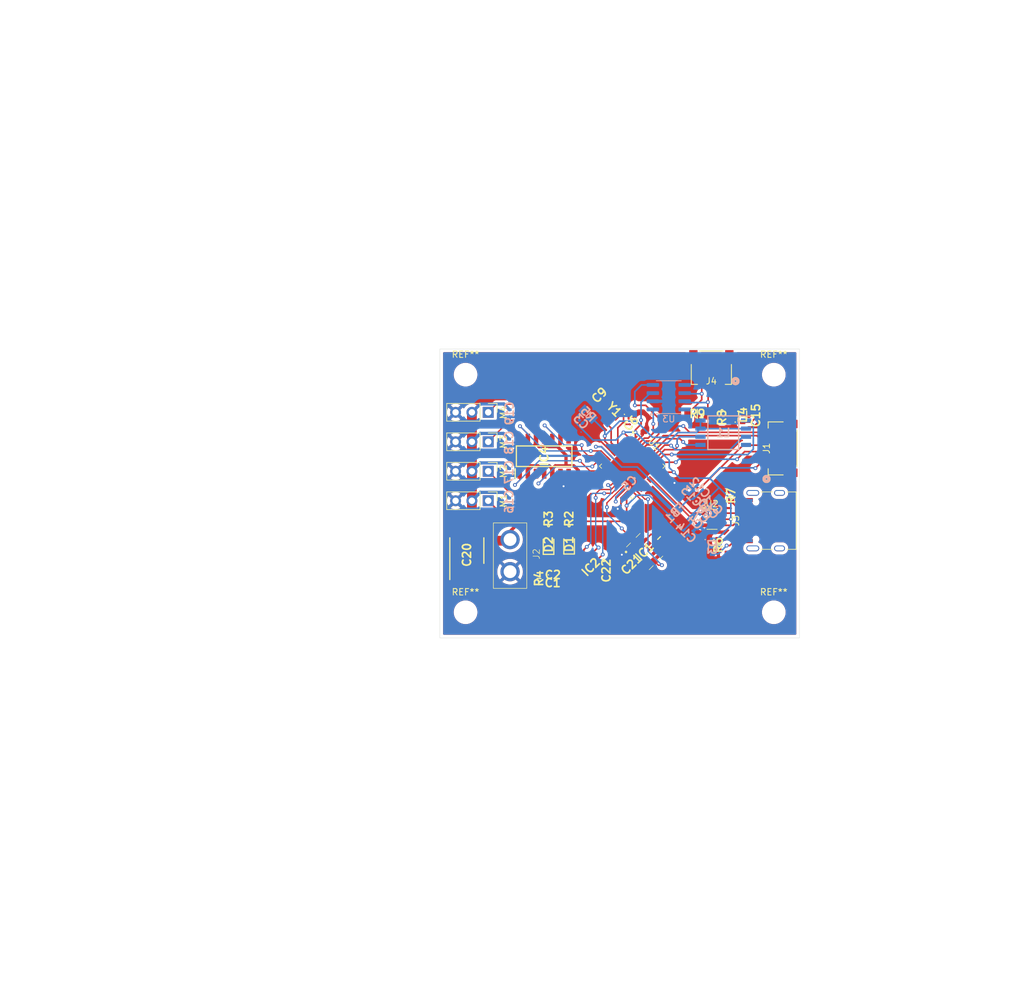
<source format=kicad_pcb>
(kicad_pcb (version 20241229) (generator "pcbnew") (generator_version "9.0")
  (title_block (title "ACS") (company "AESIR") (comment 9 "Author: Simon Holmqvist"))
  (layers (0 "F.Cu" signal) (2 "B.Cu" signal) (13 "F.Paste" user) (15 "B.Paste" user) (5 "F.SilkS" user "F.Silkscreen") (7 "B.SilkS" user "B.Silkscreen") (1 "F.Mask" user) (3 "B.Mask" user) (25 "Edge.Cuts" user))
  (net 0 "")
  (net 1 "Earth")
  (net 2 "Net-(IC2-PLLFILT)")
  (net 3 "Net-(C2-Pad2)")
  (net 4 "/NRST")
  (net 5 "+3V3")
  (net 6 "Net-(U1-VCAP)")
  (net 7 "/OSC_IN")
  (net 8 "/OSC_OUT")
  (net 9 "+3V3A")
  (net 10 "+6V")
  (net 11 "Net-(D1-A)")
  (net 12 "Net-(D2-A)")
  (net 13 "Net-(D3-A)")
  (net 14 "Net-(D4-A)")
  (net 18 "/ACC_SDIO")
  (net 19 "Net-(IC1-SDO{slash}ALT_ADDRESS)")
  (net 21 "/ACC_CSBAR")
  (net 22 "/ACC_SCLK")
  (net 24 "/GYRO_SCLK")
  (net 26 "/GYRO_SDIO")
  (net 28 "/GYRO_CS")
  (net 29 "/SWCLK")
  (net 30 "/BOOT0")
  (net 31 "/SWDIO")
  (net 32 "/USB_ESD_P")
  (net 34 "Net-(J3-CC1)")
  (net 35 "/USB_ESD_N")
  (net 37 "Net-(J3-CC2)")
  (net 40 "/CAN_H")
  (net 41 "Net-(J4-Pad1)")
  (net 42 "/CAN_L")
  (net 43 "/MISO")
  (net 44 "/SCK")
  (net 45 "/MOSI")
  (net 46 "/SERVO_PWM_W")
  (net 47 "/SERVO_PWM_S")
  (net 48 "/SERVO_PWM_E")
  (net 49 "/LED_STATUS")
  (net 53 "/CAN_TX")
  (net 56 "/USB_D_P")
  (net 58 "/USB_D_N")
  (net 65 "/CAN_RX")
  (net 68 "/FLASH_CS")
  (net 70 "Net-(IC4-4Y)")
  (net 71 "Net-(IC4-3Y)")
  (net 72 "Net-(IC4-2Y)")
  (net 73 "/SERVO_PWM_N")
  (net 74 "Net-(IC4-1Y)")
  (footprint "MountingHole:MountingHole_2.2mm_M2" (layer "F.Cu") (at 128 121)
    (property "Reference" "REF**")
    (property "Value" "MountingHole_2.2mm_M2")
  )
  (footprint "MountingHole:MountingHole_2.2mm_M2" (layer "F.Cu") (at 176 121)
    (property "Reference" "REF**")
    (property "Value" "MountingHole_2.2mm_M2")
  )
  (footprint "SamacSys_Parts:GRM033D70J224ME01D" (layer "F.Cu") (at 141.592133 115.177764)
    (property "Reference" "C2")
    (property "Value" "470n" (hide yes))
  )
  (footprint "SamacSys_Parts:CAPAE530X550N" (layer "F.Cu") (at 128.1973 112.0564 90)
    (property "Reference" "C20")
    (property "Value" "10u" (hide yes))
  )
  (footprint "SamacSys_Parts:ERA2V__0402_" (layer "F.Cu") (at 144.1231 106.42495 90)
    (property "Reference" "R2")
    (property "Value" "56" (hide yes))
  )
  (footprint "MountingHole:MountingHole_2.2mm_M2" (layer "F.Cu") (at 176 84)
    (property "Reference" "REF**")
    (property "Value" "MountingHole_2.2mm_M2")
  )
  (footprint "SamacSys_Parts:GRM033D70J224ME01D" (layer "F.Cu") (at 148.853785 87.212765 -135)
    (property "Reference" "C9")
    (property "Value" "20p" (hide yes))
  )
  (footprint "Connector_PinHeader_2.54mm:PinHeader_1x03_P2.54mm_Vertical" (layer "F.Cu") (at 131.5247 94.4534 -90)
    (property "Reference" "M3")
    (property "Value" "Servo_E")
  )
  (footprint "SamacSys_Parts:SG210STF160000ML5" (layer "F.Cu") (at 151.150001 89.437749 135)
    (property "Reference" "Y1")
    (property "Value" "16MHz" (hide yes))
  )
  (footprint "SamacSys_Parts:LGA-16L_4X4X1.1MM_" (layer "F.Cu") (at 146.931708 113.966513 -135)
    (property "Reference" "IC2")
    (property "Value" "I3G4250DTR" (hide yes))
  )
  (footprint "SamacSys_Parts:CAPC0603X35N" (layer "F.Cu") (at 173.2061 90.349 90)
    (property "Reference" "C15")
    (property "Value" "100n" (hide yes))
  )
  (footprint "SamacSys_Parts:SOIC127P600X175-14N" (layer "F.Cu") (at 140.2369 96.6992 90)
    (property "Reference" "IC4")
    (property "Value" "74HCT126D,653" (hide yes))
  )
  (footprint "MountingHole:MountingHole_2.2mm_M2" (layer "F.Cu") (at 128 84)
    (property "Reference" "REF**")
    (property "Value" "MountingHole_2.2mm_M2")
  )
  (footprint "Connector_USB:USB_C_Receptacle_Palconn_UTC16-G" (layer "F.Cu") (at 174.6561 106.7266 90)
    (property "Reference" "J3")
    (property "Value" "USB_C_Receptacle_USB2.0_14P")
  )
  (footprint "SamacSys_Parts:CAPC0603X35N" (layer "F.Cu") (at 153.839845 113.527655 -135)
    (property "Reference" "C21")
    (property "Value" "100n" (hide yes))
  )
  (footprint "SamacSys_Parts:CAPC0603X35N" (layer "F.Cu") (at 149.9143 114.5046 -90)
    (property "Reference" "C22")
    (property "Value" "100n" (hide yes))
  )
  (footprint "SamacSys_Parts:CC-14-1" (layer "F.Cu") (at 155.886464 111.538663 45)
    (property "Reference" "IC1")
    (property "Value" "ADXL375BCCZ" (hide yes))
  )
  (footprint "SamacSys_Parts:ERA2V__0402_" (layer "F.Cu") (at 167.9304 90.7001 -90)
    (property "Reference" "R8")
    (property "Value" "56" (hide yes))
  )
  (footprint "ACS:CONN_SM06B-SRSS-TB_JST" (layer "F.Cu") (at 177.3717 95.48 90)
    (property "Reference" "J1")
    (property "Value" "SM06B-SRSS-TBLFSN")
  )
  (footprint "Package_TO_SOT_SMD:SOT-23-6" (layer "F.Cu") (at 166.379 106.5138)
    (property "Reference" "U2")
    (property "Value" "USBLC6-2SC6")
  )
  (footprint "SamacSys_Parts:RESC1608X55N" (layer "F.Cu") (at 158.1315 109.436 -45)
    (property "Reference" "R1" (hide yes))
    (property "Value" "10k" (hide yes))
  )
  (footprint "SamacSys_Parts:ERA2V__0402_" (layer "F.Cu") (at 140.9227 106.42045 90)
    (property "Reference" "R3")
    (property "Value" "56" (hide yes))
  )
  (footprint "Connector_PinHeader_2.54mm:PinHeader_1x03_P2.54mm_Vertical" (layer "F.Cu") (at 131.5247 89.8634 -90)
    (property "Reference" "M4")
    (property "Value" "Servo_N")
  )
  (footprint "SamacSys_Parts:NSR0530HT3G" (layer "F.Cu") (at 171.1487 90.2704 90)
    (property "Reference" "D4")
    (property "Value" "D_Schottky" (hide yes))
  )
  (footprint "Package_DFN_QFN:QFN-48-1EP_7x7mm_P0.5mm_EP5.6x5.6mm" (layer "F.Cu") (at 153.958201 98.240349 -45)
    (property "Reference" "U1")
    (property "Value" "STM32U575CGUx")
  )
  (footprint "SamacSys_Parts:RESC1608X55N" (layer "F.Cu") (at 169.3565 102.861 -90)
    (property "Reference" "R7")
    (property "Value" "5k1" (hide yes))
  )
  (footprint "SamacSys_Parts:GRM033D70J224ME01D" (layer "F.Cu") (at 153.751017 91.561133 -135)
    (property "Reference" "C6")
    (property "Value" "20p" (hide yes))
  )
  (footprint "SamacSys_Parts:CAPC1005X55N" (layer "F.Cu") (at 141.5665 116.435)
    (property "Reference" "C1")
    (property "Value" "10n" (hide yes))
  )
  (footprint "SamacSys_Parts:LEDC1608X85N" (layer "F.Cu") (at 144.1231 110.3772 90)
    (property "Reference" "D1")
    (property "Value" "power" (hide yes))
  )
  (footprint "SamacSys_Parts:RESC1608X55N" (layer "F.Cu") (at 167.3681 110.5346 -90)
    (property "Reference" "R6")
    (property "Value" "5k1" (hide yes))
  )
  (footprint "Connector_PinHeader_2.54mm:PinHeader_1x03_P2.54mm_Vertical" (layer "F.Cu") (at 131.5247 99.0434 -90)
    (property "Reference" "M2")
    (property "Value" "Servo_S")
  )
  (footprint "SamacSys_Parts:RESC3216X60N" (layer "F.Cu") (at 164.0875 90.0952)
    (property "Reference" "R9")
    (property "Value" "120" (hide yes))
  )
  (footprint "SamacSys_Parts:LEDC1608X85N" (layer "F.Cu") (at 140.9227 110.42915 90)
    (property "Reference" "D2")
    (property "Value" "status" (hide yes))
  )
  (footprint "ACS:CONN_SM04B-SRSS-TB_JST" (layer "F.Cu") (at 166.273401 82.905501)
    (property "Reference" "J4")
    (property "Value" "SM04B-SRSS-TB")
  )
  (footprint "ACS:XT30" (layer "F.Cu") (at 134.9283 112.1786 90)
    (property "Reference" "J2")
    (property "Value" "XT30")
  )
  (footprint "Connector_PinHeader_2.54mm:PinHeader_1x03_P2.54mm_Vertical" (layer "F.Cu") (at 131.5247 103.6334 -90)
    (property "Reference" "M1")
    (property "Value" "Servo_W")
  )
  (footprint "SamacSys_Parts:RESC1608X55N" (layer "F.Cu") (at 139.4315 115.735999 -90)
    (property "Reference" "R4")
    (property "Value" "10k" (hide yes))
  )
  (footprint "SamacSys_Parts:BLM21AG102BH1J" (layer "B.Cu") (at 160.607487 105.511821 -135)
    (property "Reference" "FB1")
    (property "Value" "120R" (hide yes))
  )
  (footprint "SamacSys_Parts:GRT155R71H472KE01D" (layer "B.Cu") (at 162.299616 108.552537 -45)
    (property "Reference" "C14")
    (property "Value" "1u" (hide yes))
  )
  (footprint "SamacSys_Parts:CAPC1005X55N" (layer "B.Cu") (at 164.470552 101.60039 135)
    (property "Reference" "C12")
    (property "Value" "10n" (hide yes))
  )
  (footprint "SamacSys_Parts:CAPC1005X55N" (layer "B.Cu") (at 134.7759 99.1796 -90)
    (property "Reference" "C17")
    (property "Value" "100n" (hide yes))
  )
  (footprint "SamacSys_Parts:CAPC0603X35N" (layer "B.Cu") (at 145.968401 91.317349 135)
    (property "Reference" "C3")
    (property "Value" "100n" (hide yes))
  )
  (footprint "SamacSys_Parts:GRT155R71H472KE01D" (layer "B.Cu") (at 163.14798 102.935407 135)
    (property "Reference" "C13")
    (property "Value" "1u" (hide yes))
  )
  (footprint "SamacSys_Parts:CAPC0603X35N" (layer "B.Cu") (at 165.265221 105.411568 -45)
    (property "Reference" "C8")
    (property "Value" "100n" (hide yes))
  )
  (footprint "SamacSys_Parts:NSR0530HT3G" (layer "B.Cu") (at 166.4565 110.796 -90)
    (property "Reference" "D3")
    (property "Value" "D_Small" (hide yes))
  )
  (footprint "SamacSys_Parts:RESC2012X50N" (layer "B.Cu") (at 147.094839 90.157787 135)
    (property "Reference" "R5")
    (property "Value" "40k" (hide yes))
  )
  (footprint "SamacSys_Parts:SOIC127P780X195-8N" (layer "B.Cu") (at 168.1301 93.034 180)
    (property "Reference" "L1")
    (property "Value" "W25Q128JVSIQ_TR" (hide yes))
  )
  (footprint "SamacSys_Parts:CAPC2012X135N" (layer "B.Cu") (at 163.756256 106.920534 -45)
    (property "Reference" "C4")
    (property "Value" "10u" (hide yes))
  )
  (footprint "Package_SO:SOIC-8_3.9x4.9mm_P1.27mm" (layer "B.Cu") (at 159.6425 87.5044)
    (property "Reference" "U3")
    (property "Value" "SN65HVD232")
  )
  (footprint "SamacSys_Parts:CAPC0603X35N" (layer "B.Cu") (at 166.342852 104.333938 -45)
    (property "Reference" "C11")
    (property "Value" "100n" (hide yes))
  )
  (footprint "SamacSys_Parts:CAPC0603X35N" (layer "B.Cu") (at 164.726406 105.950384 -45)
    (property "Reference" "C7")
    (property "Value" "100n" (hide yes))
  )
  (footprint "SamacSys_Parts:CAPC1005X55N" (layer "B.Cu") (at 134.7759 94.5822 -90)
    (property "Reference" "C18")
    (property "Value" "100n" (hide yes))
  )
  (footprint "SamacSys_Parts:CAPC1005X55N" (layer "B.Cu") (at 134.8521 90.0102 -90)
    (property "Reference" "C19")
    (property "Value" "100n" (hide yes))
  )
  (footprint "SamacSys_Parts:GRT155R71H472KE01D" (layer "B.Cu") (at 153.516169 100.920531 -135)
    (property "Reference" "C5")
    (property "Value" "1u" (hide yes))
  )
  (footprint "SamacSys_Parts:CAPC1005X55N" (layer "B.Cu") (at 134.7759 103.777 -90)
    (property "Reference" "C16")
    (property "Value" "100n" (hide yes))
  )
  (footprint "SamacSys_Parts:CAPC0603X35N" (layer "B.Cu") (at 165.804037 104.872753 -45)
    (property "Reference" "C10")
    (property "Value" "100n" (hide yes))
  )
  (gr_rect (start 124 80) (end 180 125) (stroke (width 0.05)) (fill no) (layer "Edge.Cuts"))
  (segment (start 153.118512 102.262019) (end 152.2003 103.180231) (width 0.254) (layer "F.Cu") (net 1))
  (segment (start 166.3815 105.76645) (end 166.3815 103.661) (width 0.254) (layer "F.Cu") (net 1))
  (segment (start 165.63415 106.5138) (end 166.3815 105.76645) (width 0.254) (layer "F.Cu") (net 1))
  (segment (start 144.0469 100.5854) (end 143.2595 101.3728) (width 0.508) (layer "F.Cu") (net 1))
  (segment (start 144.0469 99.4242) (end 144.0469 100.5854) (width 0.508) (layer "F.Cu") (net 1))
  (segment (start 152.2003 104.0144) (end 152.2003 104.391738) (width 0.254) (layer "F.Cu") (net 1))
  (segment (start 155.130568 111.061366) (end 155.754845 111.685643) (width 0.254) (layer "F.Cu") (net 1))
  (segment (start 154.666705 111.061366) (end 155.130568 111.061366) (width 0.254) (layer "F.Cu") (net 1))
  (segment (start 154.261886 111.466185) (end 153.692071 112.036) (width 0.254) (layer "F.Cu") (net 1))
  (segment (start 159.760833 100.861) (end 157.979871 99.080038) (width 0.254) (layer "F.Cu") (net 1))
  (segment (start 155.754845 111.685643) (end 155.754845 112.235967) (width 0.254) (layer "F.Cu") (net 1))
  (segment (start 149.439733 94.746349) (end 147.981384 93.288) (width 0.254) (layer "F.Cu") (net 1))
  (segment (start 155.6565 93.360069) (end 155.6565 92.661) (width 0.254) (layer "F.Cu") (net 1))
  (segment (start 155.393257 112.597555) (end 155.958942 113.163241) (width 0.254) (layer "F.Cu") (net 1))
  (segment (start 165.2415 106.5138) (end 165.63415 106.5138) (width 0.254) (layer "F.Cu") (net 1))
  (segment (start 155.754845 112.235967) (end 155.393257 112.597555) (width 0.254) (layer "F.Cu") (net 1))
  (segment (start 153.692071 112.036) (end 152.3315 112.036) (width 0.254) (layer "F.Cu") (net 1))
  (segment (start 150.997191 96.34) (end 150.997191 96.303807) (width 0.254) (layer "F.Cu") (net 1))
  (segment (start 154.79789 94.218679) (end 155.6565 93.360069) (width 0.254) (layer "F.Cu") (net 1))
  (segment (start 154.261886 111.466185) (end 154.666705 111.061366) (width 0.254) (layer "F.Cu") (net 1))
  (segment (start 152.2003 103.180231) (end 152.2003 104.0144) (width 0.254) (layer "F.Cu") (net 1))
  (segment (start 150.997191 96.303807) (end 149.439733 94.746349) (width 0.254) (layer "F.Cu") (net 1))
  (segment (start 160.5315 100.861) (end 159.760833 100.861) (width 0.254) (layer "F.Cu") (net 1))
  (segment (start 152.2003 104.391738) (end 151.693769 104.898269) (width 0.254) (layer "F.Cu") (net 1))
  (via (at 151.693769 104.898269) (size 0.6) (drill 0.3) (layers "F.Cu" "B.Cu") (net 1))
  (via (at 160.5315 100.861) (size 0.6) (drill 0.3) (layers "F.Cu" "B.Cu") (net 1))
  (via (at 143.2595 101.3728) (size 0.6) (drill 0.3) (layers "F.Cu" "B.Cu") (net 1))
  (via (at 152.3315 112.036) (size 0.6) (drill 0.3) (layers "F.Cu" "B.Cu") (net 1))
  (segment (start 164.959751 106.876694) (end 164.959751 106.183729) (width 0.254) (layer "B.Cu") (net 1))
  (segment (start 134.1571 100.3484) (end 127.7497 100.3484) (width 0.508) (layer "B.Cu") (net 1))
  (segment (start 162.822711 102.610138) (end 162.280638 102.610138) (width 0.254) (layer "B.Cu") (net 1))
  (segment (start 134.1341 91.2782) (end 127.8595 91.2782) (width 0.508) (layer "B.Cu") (net 1))
  (segment (start 127.7497 95.7584) (end 126.4447 94.4534) (width 0.508) (layer "B.Cu") (net 1))
  (segment (start 164.959751 106.183729) (end 165.498567 105.644914) (width 0.254) (layer "B.Cu") (net 1))
  (segment (start 134.7759 95.1322) (end 134.1497 95.7584) (width 0.508) (layer "B.Cu") (net 1))
  (segment (start 134.1645 104.9384) (end 134.7759 104.327) (width 0.508) (layer "B.Cu") (net 1))
  (segment (start 166.037382 105.106098) (end 166.576197 104.567283) (width 0.254) (layer "B.Cu") (net 1))
  (segment (start 164.336083 107.500362) (end 164.959751 106.876694) (width 0.254) (layer "B.Cu") (net 1))
  (segment (start 126.4447 103.6334) (end 127.7497 104.9384) (width 0.508) (layer "B.Cu") (net 1))
  (segment (start 134.7759 99.7296) (end 134.1571 100.3484) (width 0.508) (layer "B.Cu") (net 1))
  (segment (start 134.8521 90.5602) (end 134.1341 91.2782) (width 0.508) (layer "B.Cu") (net 1))
  (segment (start 134.1497 95.7584) (end 127.7497 95.7584) (width 0.508) (layer "B.Cu") (net 1))
  (segment (start 127.8595 91.2782) (end 126.4447 89.8634) (width 0.508) (layer "B.Cu") (net 1))
  (segment (start 162.822711 102.470414) (end 162.822711 102.610138) (width 0.254) (layer "B.Cu") (net 1))
  (segment (start 127.7497 104.9384) (end 134.1645 104.9384) (width 0.508) (layer "B.Cu") (net 1))
  (segment (start 162.280638 102.610138) (end 160.5315 100.861) (width 0.254) (layer "B.Cu") (net 1))
  (segment (start 127.7497 100.3484) (end 126.4447 99.0434) (width 0.508) (layer "B.Cu") (net 1))
  (segment (start 164.081644 101.211481) (end 162.822711 102.470414) (width 0.254) (layer "B.Cu") (net 1))
  (segment (start 165.498567 105.644914) (end 166.037382 105.106098) (width 0.254) (layer "B.Cu") (net 1))
  (segment (start 141.3799 117.1716) (end 147.8823 117.1716) (width 0.254) (layer "F.Cu") (net 2))
  (segment (start 148.4157 116.6382) (end 148.4157 115.910124) (width 0.254) (layer "F.Cu") (net 2))
  (segment (start 141.0165 116.435) (end 141.0165 116.8082) (width 0.254) (layer "F.Cu") (net 2))
  (segment (start 141.0165 116.435) (end 141.355133 116.096366) (width 0.254) (layer "F.Cu") (net 2))
  (segment (start 141.355133 116.096366) (end 141.355133 115.177764) (width 0.254) (layer "F.Cu") (net 2))
  (segment (start 141.0165 116.8082) (end 141.3799 117.1716) (width 0.254) (layer "F.Cu") (net 2))
  (segment (start 147.8823 117.1716) (end 148.4157 116.6382) (width 0.254) (layer "F.Cu") (net 2))
  (segment (start 148.4157 115.910124) (end 147.90398 115.398404) (width 0.254) (layer "F.Cu") (net 2))
  (segment (start 141.829133 114.708633) (end 141.829133 115.177764) (width 0.254) (layer "F.Cu") (net 3))
  (segment (start 140.0565 114.311) (end 141.4315 114.311) (width 0.254) (layer "F.Cu") (net 3))
  (segment (start 139.4315 114.936) (end 140.0565 114.311) (width 0.254) (layer "F.Cu") (net 3))
  (segment (start 141.4315 114.311) (end 141.829133 114.708633) (width 0.254) (layer "F.Cu") (net 3))
  (segment (start 149.676801 93.5496) (end 149.727601 93.6004) (width 0.254) (layer "F.Cu") (net 4))
  (segment (start 149.727601 93.6004) (end 149.727601 93.831949) (width 0.254) (layer "F.Cu") (net 4))
  (segment (start 161.9031 92.0002) (end 161.8777 92.0256) (width 0.254) (layer "F.Cu") (net 4))
  (segment (start 149.702201 93.857349) (end 149.702201 94.365349) (width 0.254) (layer "F.Cu") (net 4))
  (segment (start 161.9031 92.0002) (end 162.8829 92.98) (width 0.254) (layer "F.Cu") (net 4))
  (segment (start 162.8829 92.98) (end 174.864999 92.98) (width 0.254) (layer "F.Cu") (net 4))
  (segment (start 149.702201 94.365349) (end 151.323298 95.986446) (width 0.254) (layer "F.Cu") (net 4))
  (segment (start 149.727601 93.831949) (end 149.702201 93.857349) (width 0.254) (layer "F.Cu") (net 4))
  (segment (start 151.323298 95.986446) (end 151.350745 95.986446) (width 0.254) (layer "F.Cu") (net 4))
  (via (at 149.676801 93.5496) (size 0.6) (drill 0.3) (layers "F.Cu" "B.Cu") (net 4))
  (via (at 161.9031 92.0002) (size 0.6) (drill 0.3) (layers "F.Cu" "B.Cu") (net 4))
  (segment (start 157.121539 93.7528) (end 159.4647 93.7528) (width 0.254) (layer "B.Cu") (net 4))
  (segment (start 149.296801 92.358749) (end 149.295801 92.358749) (width 0.254) (layer "B.Cu") (net 4))
  (segment (start 146.029309 91.723131) (end 146.201746 91.550694) (width 0.254) (layer "B.Cu") (net 4))
  (segment (start 161.2173 92.0002) (end 161.9031 92.0002) (width 0.254) (layer "B.Cu") (net 4))
  (segment (start 151.990401 91.236) (end 154.604739 91.236) (width 0.254) (layer "B.Cu") (net 4))
  (segment (start 154.604739 91.236) (end 157.121539 93.7528) (width 0.254) (layer "B.Cu") (net 4))
  (segment (start 149.676801 93.5496) (end 151.990401 91.236) (width 0.254) (layer "B.Cu") (net 4))
  (segment (start 147.801946 90.864894) (end 146.887546 90.864894) (width 0.254) (layer "B.Cu") (net 4))
  (segment (start 146.887546 90.864894) (end 146.201746 91.550694) (width 0.254) (layer "B.Cu") (net 4))
  (segment (start 149.676801 92.738749) (end 149.296801 92.358749) (width 0.254) (layer "B.Cu") (net 4))
  (segment (start 149.295801 92.358749) (end 147.801946 90.864894) (width 0.254) (layer "B.Cu") (net 4))
  (segment (start 149.676801 93.5496) (end 149.676801 92.738749) (width 0.254) (layer "B.Cu") (net 4))
  (segment (start 159.4647 93.7528) (end 161.2173 92.0002) (width 0.254) (layer "B.Cu") (net 4))
  (segment (start 153.080401 105.862099) (end 153.080401 104.398349) (width 0.254) (layer "F.Cu") (net 5))
  (segment (start 158.795339 99.1884) (end 160.4299 99.1884) (width 0.254) (layer "F.Cu") (net 5))
  (segment (start 173.7125 97.98) (end 173.1315 98.561) (width 0.254) (layer "F.Cu") (net 5))
  (segment (start 174.864999 97.98) (end 173.7125 97.98) (width 0.254) (layer "F.Cu") (net 5))
  (segment (start 153.696201 110.900499) (end 150.647649 110.900499) (width 0.254) (layer "F.Cu") (net 5))
  (segment (start 154.0291 113.3586) (end 154.0291 113.2854) (width 0.254) (layer "F.Cu") (net 5))
  (segment (start 153.466178 102.615572) (end 153.472065 102.615572) (width 0.254) (layer "F.Cu") (net 5))
  (segment (start 150.64495 110.8978) (end 150.64495 106.8338) (width 0.254) (layer "F.Cu") (net 5))
  (segment (start 146.7665 106.8338) (end 145.84515 105.91245) (width 0.254) (layer "F.Cu") (net 5))
  (segment (start 171.1487 91.3854) (end 172.4997 91.3854) (width 0.254) (layer "F.Cu") (net 5))
  (segment (start 153.472065 93.865126) (end 153.469178 93.865126) (width 0.254) (layer "F.Cu") (net 5))
  (segment (start 154.761014 114.090514) (end 154.0291 113.3586) (width 0.254) (layer "F.Cu") (net 5))
  (segment (start 150.64495 113.006) (end 150.64495 110.8978) (width 0.254) (layer "F.Cu") (net 5))
  (segment (start 155.327187 91.715313) (end 155.327187 91.071735) (width 0.254) (layer "F.Cu") (net 5))
  (segment (start 156.16304 114.090514) (end 154.761014 114.090514) (width 0.254) (layer "F.Cu") (net 5))
  (segment (start 148.363599 114.938785) (end 148.823219 114.479165) (width 0.254) (layer "F.Cu") (net 5))
  (segment (start 154.4565 92.586) (end 155.327187 91.715313) (width 0.254) (layer "F.Cu") (net 5))
  (segment (start 150.64495 106.8338) (end 152.1087 106.8338) (width 0.254) (layer "F.Cu") (net 5))
  (segment (start 154.444337 92.973163) (end 154.4565 92.961) (width 0.254) (layer "F.Cu") (net 5))
  (segment (start 154.07319 113.29431) (end 153.78488 113.006) (width 0.254) (layer "F.Cu") (net 5))
  (segment (start 146.7665 106.8338) (end 150.64495 106.8338) (width 0.254) (layer "F.Cu") (net 5))
  (segment (start 153.292001 110.900499) (end 153.696201 110.900499) (width 0.254) (layer "F.Cu") (net 5))
  (segment (start 158.333424 98.726485) (end 158.795339 99.1884) (width 0.254) (layer "F.Cu") (net 5))
  (segment (start 167.5165 106.5138) (end 169.2953 106.5138) (width 0.254) (layer "F.Cu") (net 5))
  (segment (start 145.84515 105.91245) (end 144.1231 105.91245) (width 0.254) (layer "F.Cu") (net 5))
  (segment (start 153.469178 93.865126) (end 152.597801 92.993749) (width 0.254) (layer "F.Cu") (net 5))
  (segment (start 152.1087 106.8338) (end 153.080401 105.862099) (width 0.254) (layer "F.Cu") (net 5))
  (segment (start 148.823219 113.453861) (end 150.197089 113.453861) (width 0.254) (layer "F.Cu") (net 5))
  (segment (start 172.4997 91.3854) (end 173.2061 90.679) (width 0.254) (layer "F.Cu") (net 5))
  (segment (start 153.080401 103.001349) (end 153.466178 102.615572) (width 0.254) (layer "F.Cu") (net 5))
  (segment (start 169.2953 106.5138) (end 169.3055 106.5036) (width 0.254) (layer "F.Cu") (net 5))
  (segment (start 154.4565 92.961) (end 154.4565 92.586) (width 0.254) (layer "F.Cu") (net 5))
  (segment (start 150.647649 110.900499) (end 150.64495 110.8978) (width 0.254) (layer "F.Cu") (net 5))
  (segment (start 153.080401 104.398349) (end 153.080401 103.001349) (width 0.254) (layer "F.Cu") (net 5))
  (segment (start 150.197089 113.453861) (end 150.64495 113.006) (width 0.254) (layer "F.Cu") (net 5))
  (segment (start 148.823219 114.479165) (end 149.127784 114.1746) (width 0.254) (layer "F.Cu") (net 5))
  (segment (start 156.524628 113.728926) (end 156.16304 114.090514) (width 0.254) (layer "F.Cu") (net 5))
  (segment (start 149.127784 114.1746) (end 149.9143 114.1746) (width 0.254) (layer "F.Cu") (net 5))
  (segment (start 153.78488 113.006) (end 150.64495 113.006) (width 0.254) (layer "F.Cu") (net 5))
  (segment (start 148.823219 114.479165) (end 148.823219 113.453861) (width 0.254) (layer "F.Cu") (net 5))
  (segment (start 154.444337 93.865126) (end 154.444337 92.973163) (width 0.254) (layer "F.Cu") (net 5))
  (via (at 173.1315 98.561) (size 0.6) (drill 0.3) (layers "F.Cu" "B.Cu") (net 5))
  (via (at 155.327187 91.071735) (size 0.6) (drill 0.3) (layers "F.Cu" "B.Cu") (net 5))
  (via (at 169.3055 106.5036) (size 0.6) (drill 0.3) (layers "F.Cu" "B.Cu") (net 5))
  (via (at 160.4299 99.1884) (size 0.6) (drill 0.3) (layers "F.Cu" "B.Cu") (net 5))
  (via (at 153.080401 104.398349) (size 0.6) (drill 0.3) (layers "F.Cu" "B.Cu") (net 5))
  (via (at 152.597801 92.993749) (size 0.6) (drill 0.3) (layers "F.Cu" "B.Cu") (net 5))
  (via (at 154.4565 92.961) (size 0.6) (drill 0.3) (layers "F.Cu" "B.Cu") (net 5))
  (segment (start 155.3245 90.154) (end 155.3245 88.2918) (width 0.254) (layer "B.Cu") (net 5))
  (segment (start 163.176428 106.340706) (end 163.176428 105.890672) (width 0.254) (layer "B.Cu") (net 5))
  (segment (start 164.493061 105.717038) (end 165.031876 105.178223) (width 0.254) (layer "B.Cu") (net 5))
  (segment (start 159.719201 98.477701) (end 159.719201 97.346549) (width 0.254) (layer "B.Cu") (net 5))
  (segment (start 152.597801 92.993749) (end 152.750201 93.146149) (width 0.254) (layer "B.Cu") (net 5))
  (segment (start 173.1315 98.561) (end 173.0815 98.511) (width 0.254) (layer "B.Cu") (net 5))
  (segment (start 163.176428 106.340707) (end 163.800096 105.717038) (width 0.254) (layer "B.Cu") (net 5))
  (segment (start 164.489562 100.112262) (end 161.353762 100.112262) (width 0.254) (layer "B.Cu") (net 5))
  (segment (start 155.327187 91.071735) (end 155.327187 90.156687) (width 0.254) (layer "B.Cu") (net 5))
  (segment (start 159.719201 97.346549) (end 157.031276 94.658624) (width 0.254) (layer "B.Cu") (net 5))
  (segment (start 169.3055 107.4858) (end 169.3055 106.5036) (width 0.254) (layer "B.Cu") (net 5))
  (segment (start 154.70195 102.7768) (end 156.599674 102.7768) (width 0.254) (layer "B.Cu") (net 5))
  (segment (start 156.179124 94.658624) (end 157.031276 94.658624) (width 0.254) (layer "B.Cu") (net 5))
  (segment (start 151.41395 94.1776) (end 147.84031 94.1776) (width 0.254) (layer "B.Cu") (net 5))
  (segment (start 167.473669 101.593431) (end 166.0433 100.163062) (width 0.254) (layer "B.Cu") (net 5))
  (segment (start 164.5801 92.399) (end 163.9631 93.016) (width 0.254) (layer "B.Cu") (net 5))
  (segment (start 154.4815 92.961) (end 156.179124 94.658624) (width 0.254) (layer "B.Cu") (net 5))
  (segment (start 167.1103 109.681) (end 169.3055 107.4858) (width 0.254) (layer "B.Cu") (net 5))
  (segment (start 154.4565 92.961) (end 152.63055 92.961) (width 0.254) (layer "B.Cu") (net 5))
  (segment (start 161.974347 108.227268) (end 163.176428 107.025187) (width 0.254) (layer "B.Cu") (net 5))
  (segment (start 166.0433 100.163062) (end 165.9925 100.112262) (width 0.254) (layer "B.Cu") (net 5))
  (segment (start 166.4565 109.681) (end 167.1103 109.681) (width 0.254) (layer "B.Cu") (net 5))
  (segment (start 167.593762 98.511) (end 165.9925 100.112262) (width 0.254) (layer "B.Cu") (net 5))
  (segment (start 145.095929 90.742483) (end 146.387732 89.45068) (width 0.254) (layer "B.Cu") (net 5))
  (segment (start 161.353762 100.112262) (end 160.4299 99.1884) (width 0.254) (layer "B.Cu") (net 5))
  (segment (start 163.176428 106.340707) (end 163.098001 106.262279) (width 0.254) (layer "B.Cu") (net 5))
  (segment (start 161.691504 108.227268) (end 159.971091 106.506855) (width 0.254) (layer "B.Cu") (net 5))
  (segment (start 154.4565 92.961) (end 154.4815 92.961) (width 0.254) (layer "B.Cu") (net 5))
  (segment (start 159.435808 94.658624) (end 157.031276 94.658624) (width 0.254) (layer "B.Cu") (net 5))
  (segment (start 155.3245 88.2918) (end 156.7469 86.8694) (width 0.254) (layer "B.Cu") (net 5))
  (segment (start 169.3055 103.425262) (end 166.0433 100.163062) (width 0.254) (layer "B.Cu") (net 5))
  (segment (start 155.327187 90.156687) (end 155.3245 90.154) (width 0.254) (layer "B.Cu") (net 5))
  (segment (start 163.176428 107.025187) (end 163.176428 106.340706) (width 0.254) (layer "B.Cu") (net 5))
  (segment (start 164.5801 91.129) (end 164.5801 92.399) (width 0.254) (layer "B.Cu") (net 5))
  (segment (start 165.031876 105.178223) (end 165.570692 104.639408) (width 0.254) (layer "B.Cu") (net 5))
  (segment (start 165.9925 100.112262) (end 164.489562 100.112262) (width 0.254) (layer "B.Cu") (net 5))
  (segment (start 169.3055 106.5036) (end 169.3055 103.425262) (width 0.254) (layer "B.Cu") (net 5))
  (segment (start 160.4299 99.1884) (end 159.719201 98.477701) (width 0.254) (layer "B.Cu") (net 5))
  (segment (start 159.971091 106.506855) (end 159.971091 106.148217) (width 0.254) (layer "B.Cu") (net 5))
  (segment (start 163.9631 93.016) (end 161.078432 93.016) (width 0.254) (layer "B.Cu") (net 5))
  (segment (start 156.599674 102.7768) (end 159.971091 106.148217) (width 0.254) (layer "B.Cu") (net 5))
  (segment (start 152.63055 92.961) (end 152.597801 92.993749) (width 0.254) (layer "B.Cu") (net 5))
  (segment (start 152.597801 92.993749) (end 151.41395 94.1776) (width 0.254) (layer "B.Cu") (net 5))
  (segment (start 173.0815 98.511) (end 167.593762 98.511) (width 0.254) (layer "B.Cu") (net 5))
  (segment (start 145.095929 91.433219) (end 145.095929 90.742483) (width 0.254) (layer "B.Cu") (net 5))
  (segment (start 165.570692 104.639408) (end 166.109507 104.100592) (width 0.254) (layer "B.Cu") (net 5))
  (segment (start 147.84031 94.1776) (end 145.095929 91.433219) (width 0.254) (layer "B.Cu") (net 5))
  (segment (start 163.176428 105.890672) (end 167.473669 101.593431) (width 0.254) (layer "B.Cu") (net 5))
  (segment (start 161.974347 108.227268) (end 161.691504 108.227268) (width 0.254) (layer "B.Cu") (net 5))
  (segment (start 166.109507 104.100592) (end 166.037382 104.028467) (width 0.254) (layer "B.Cu") (net 5))
  (segment (start 163.800096 105.717038) (end 164.493061 105.717038) (width 0.254) (layer "B.Cu") (net 5))
  (segment (start 171.6801 92.399) (end 164.5801 92.399) (width 0.254) (layer "B.Cu") (net 5))
  (segment (start 161.078432 93.016) (end 159.435808 94.658624) (width 0.254) (layer "B.Cu") (net 5))
  (segment (start 153.080401 104.398349) (end 154.70195 102.7768) (width 0.254) (layer "B.Cu") (net 5))
  (segment (start 156.7469 86.8694) (end 157.1675 86.8694) (width 0.254) (layer "B.Cu") (net 5))
  (segment (start 164.5801 92.399) (end 164.1051 92.399) (width 0.254) (layer "B.Cu") (net 5))
  (segment (start 151.3875 103.759501) (end 151.3875 103.285923) (width 0.254) (layer "F.Cu") (net 6))
  (segment (start 151.386601 103.7604) (end 151.3875 103.759501) (width 0.254) (layer "F.Cu") (net 6))
  (segment (start 151.3875 103.285923) (end 152.764958 101.908465) (width 0.254) (layer "F.Cu") (net 6))
  (via (at 151.386601 103.7604) (size 0.6) (drill 0.3) (layers "F.Cu" "B.Cu") (net 6))
  (segment (start 151.3875 103.0492) (end 153.1909 101.2458) (width 0.254) (layer "B.Cu") (net 6))
  (segment (start 151.386601 103.7604) (end 151.3875 103.759501) (width 0.254) (layer "B.Cu") (net 6))
  (segment (start 151.3875 103.759501) (end 151.3875 103.0492) (width 0.254) (layer "B.Cu") (net 6))
  (segment (start 151.710321 94.931808) (end 151.710321 92.260992) (width 0.254) (layer "F.Cu") (net 7))
  (segment (start 152.057852 95.279339) (end 151.710321 94.931808) (width 0.254) (layer "F.Cu") (net 7))
  (segment (start 152.956544 91.728717) (end 152.59957 91.371743) (width 0.254) (layer "F.Cu") (net 7))
  (segment (start 152.59957 91.371743) (end 152.59957 89.968079) (width 0.254) (layer "F.Cu") (net 7))
  (segment (start 152.59957 89.968079) (end 152.210661 89.57917) (width 0.254) (layer "F.Cu") (net 7))
  (segment (start 151.710321 92.260992) (end 152.59957 91.371743) (width 0.254) (layer "F.Cu") (net 7))
  (segment (start 153.583433 91.728717) (end 152.956544 91.728717) (width 0.254) (layer "F.Cu") (net 7))
  (segment (start 150.089341 91.729889) (end 150.667401 92.307949) (width 0.254) (layer "F.Cu") (net 8))
  (segment (start 150.089341 89.296328) (end 149.016401 88.223388) (width 0.254) (layer "F.Cu") (net 8))
  (segment (start 150.667401 94.595997) (end 151.047377 94.975973) (width 0.254) (layer "F.Cu") (net 8))
  (segment (start 149.016401 88.223388) (end 149.016401 87.710549) (width 0.254) (layer "F.Cu") (net 8))
  (segment (start 150.089341 89.296328) (end 150.089341 91.729889) (width 0.254) (layer "F.Cu") (net 8))
  (segment (start 150.667401 92.307949) (end 150.667401 94.595997) (width 0.254) (layer "F.Cu") (net 8))
  (segment (start 149.016401 87.710549) (end 148.686201 87.380349) (width 0.254) (layer "F.Cu") (net 8))
  (segment (start 151.704298 95.632893) (end 151.047377 94.975973) (width 0.254) (layer "F.Cu") (net 8))
  (segment (start 150.633405 96.693553) (end 150.643638 96.693553) (width 0.254) (layer "F.Cu") (net 9))
  (segment (start 149.158252 95.2184) (end 150.633405 96.693553) (width 0.254) (layer "F.Cu") (net 9))
  (segment (start 148.2887 95.2184) (end 149.158252 95.2184) (width 0.254) (layer "F.Cu") (net 9))
  (via (at 148.2887 95.2184) (size 0.6) (drill 0.3) (layers "F.Cu" "B.Cu") (net 9))
  (segment (start 162.716645 103.402663) (end 161.243883 104.875425) (width 0.254) (layer "B.Cu") (net 9))
  (segment (start 149.1447 95.2184) (end 152.3019 98.3756) (width 0.254) (layer "B.Cu") (net 9))
  (segment (start 163.473249 103.260676) (end 163.331262 103.402663) (width 0.254) (layer "B.Cu") (net 9))
  (segment (start 148.2887 95.2184) (end 149.1447 95.2184) (width 0.254) (layer "B.Cu") (net 9))
  (segment (start 163.331262 103.402663) (end 162.716645 103.402663) (width 0.254) (layer "B.Cu") (net 9))
  (segment (start 163.588083 103.260676) (end 163.473249 103.260676) (width 0.254) (layer "B.Cu") (net 9))
  (segment (start 164.859461 101.989298) (end 163.588083 103.260676) (width 0.254) (layer "B.Cu") (net 9))
  (segment (start 154.744058 98.3756) (end 161.243883 104.875425) (width 0.254) (layer "B.Cu") (net 9))
  (segment (start 152.3019 98.3756) (end 154.744058 98.3756) (width 0.254) (layer "B.Cu") (net 9))
  (segment (start 136.4269 94.7392) (end 136.8919 95.2042) (width 0.508) (layer "F.Cu") (net 10))
  (segment (start 141.5069 99.4242) (end 141.5069 98.6592) (width 0.508) (layer "F.Cu") (net 10))
  (segment (start 128.1973 109.8564) (end 128.9847 109.069) (width 1.524) (layer "F.Cu") (net 10))
  (segment (start 142.3119 95.2042) (end 143.6405 96.5328) (width 0.508) (layer "F.Cu") (net 10))
  (segment (start 138.9669 93.9742) (end 138.9669 94.7392) (width 0.508) (layer "F.Cu") (net 10))
  (segment (start 139.9829 103.354) (end 134.9283 108.4086) (width 0.508) (layer "F.Cu") (net 10))
  (segment (start 136.8919 95.2042) (end 138.5019 95.2042) (width 0.508) (layer "F.Cu") (net 10))
  (segment (start 128.9847 103.6334) (end 128.9847 89.8634) (width 1.524) (layer "F.Cu") (net 10))
  (segment (start 129.0035 103.6522) (end 128.9847 103.6334) (width 1.524) (layer "F.Cu") (net 10))
  (segment (start 134.7505 109.8564) (end 134.9283 109.6786) (width 1.524) (layer "F.Cu") (net 10))
  (segment (start 138.1619 98.1942) (end 137.6969 98.6592) (width 0.508) (layer "F.Cu") (net 10))
  (segment (start 128.9847 109.069) (end 128.9847 103.6334) (width 1.524) (layer "F.Cu") (net 10))
  (segment (start 128.9085 103.7096) (end 128.9847 103.6334) (width 1.524) (layer "F.Cu") (net 10))
  (segment (start 145.5709 101.6014) (end 143.8183 103.354) (width 0.508) (layer "F.Cu") (net 10))
  (segment (start 134.5219 109.5262) (end 134.0393 109.5262) (width 0.508) (layer "F.Cu") (net 10))
  (segment (start 136.4269 93.9742) (end 136.4269 94.7392) (width 0.508) (layer "F.Cu") (net 10))
  (segment (start 141.5069 98.6592) (end 141.0419 98.1942) (width 0.508) (layer "F.Cu") (net 10))
  (segment (start 138.9669 94.7392) (end 139.4319 95.2042) (width 0.508) (layer "F.Cu") (net 10))
  (segment (start 141.0419 98.1942) (end 138.1619 98.1942) (width 0.508) (layer "F.Cu") (net 10))
  (segment (start 137.6969 98.6592) (end 137.6969 99.4242) (width 0.508) (layer "F.Cu") (net 10))
  (segment (start 142.7769 94.7392) (end 142.7769 93.9742) (width 0.508) (layer "F.Cu") (net 10))
  (segment (start 142.3119 95.2042) (end 142.7769 94.7392) (width 0.508) (layer "F.Cu") (net 10))
  (segment (start 141.9719 98.1942) (end 143.6405 98.1942) (width 0.508) (layer "F.Cu") (net 10))
  (segment (start 143.8183 103.354) (end 139.9829 103.354) (width 0.508) (layer "F.Cu") (net 10))
  (segment (start 139.4319 95.2042) (end 142.3119 95.2042) (width 0.508) (layer "F.Cu") (net 10))
  (segment (start 143.6405 98.1942) (end 144.8519 98.1942) (width 0.508) (layer "F.Cu") (net 10))
  (segment (start 143.6405 96.5328) (end 143.6405 98.1942) (width 0.508) (layer "F.Cu") (net 10))
  (segment (start 144.8519 98.1942) (end 145.5709 98.9132) (width 0.508) (layer "F.Cu") (net 10))
  (segment (start 145.5709 98.9132) (end 145.5709 101.6014) (width 0.508) (layer "F.Cu") (net 10))
  (segment (start 141.5069 98.6592) (end 141.9719 98.1942) (width 0.508) (layer "F.Cu") (net 10))
  (segment (start 134.9283 108.4086) (end 134.9283 109.6786) (width 0.508) (layer "F.Cu") (net 10))
  (segment (start 128.1973 109.8564) (end 134.7505 109.8564) (width 1.524) (layer "F.Cu") (net 10))
  (segment (start 138.5019 95.2042) (end 138.9669 94.7392) (width 0.508) (layer "F.Cu") (net 10))
  (segment (start 134.7759 98.6296) (end 133.8847 97.7384) (width 0.508) (layer "B.Cu") (net 10))
  (segment (start 134.7759 94.0322) (end 133.8921 93.1484) (width 0.508) (layer "B.Cu") (net 10))
  (segment (start 134.7759 103.227) (end 133.8773 102.3284) (width 0.508) (layer "B.Cu") (net 10))
  (segment (start 130.2897 97.7384) (end 128.9847 99.0434) (width 0.508) (layer "B.Cu") (net 10))
  (segment (start 130.2897 93.1484) (end 128.9847 94.4534) (width 0.508) (layer "B.Cu") (net 10))
  (segment (start 133.8921 93.1484) (end 130.2897 93.1484) (width 0.508) (layer "B.Cu") (net 10))
  (segment (start 133.8773 102.3284) (end 130.2897 102.3284) (width 0.508) (layer "B.Cu") (net 10))
  (segment (start 130.2897 88.5584) (end 128.9847 89.8634) (width 0.508) (layer "B.Cu") (net 10))
  (segment (start 134.8521 89.4602) (end 133.9503 88.5584) (width 0.508) (layer "B.Cu") (net 10))
  (segment (start 130.2897 102.3284) (end 128.9847 103.6334) (width 0.508) (layer "B.Cu") (net 10))
  (segment (start 133.8847 97.7384) (end 130.2897 97.7384) (width 0.508) (layer "B.Cu") (net 10))
  (segment (start 133.9503 88.5584) (end 130.2897 88.5584) (width 0.508) (layer "B.Cu") (net 10))
  (segment (start 144.1231 106.93745) (end 144.1231 109.5772) (width 0.254) (layer "F.Cu") (net 11))
  (segment (start 140.9227 106.93295) (end 140.9227 109.62915) (width 0.254) (layer "F.Cu") (net 12))
  (segment (start 169.1315 110.611) (end 170.6159 109.1266) (width 0.254) (layer "F.Cu") (net 13))
  (segment (start 173.551419 108.28008) (end 172.704899 109.1266) (width 0.254) (layer "F.Cu") (net 13))
  (segment (start 172.704899 109.1266) (end 172.1461 109.1266) (width 0.254) (layer "F.Cu") (net 13))
  (segment (start 172.1461 104.3266) (end 172.737263 104.3266) (width 0.254) (layer "F.Cu") (net 13))
  (segment (start 173.551419 105.140756) (end 173.551419 108.28008) (width 0.254) (layer "F.Cu") (net 13))
  (segment (start 168.6565 110.611) (end 169.1315 110.611) (width 0.254) (layer "F.Cu") (net 13))
  (segment (start 172.737263 104.3266) (end 173.551419 105.140756) (width 0.254) (layer "F.Cu") (net 13))
  (segment (start 170.6159 109.1266) (end 172.1461 109.1266) (width 0.254) (layer "F.Cu") (net 13))
  (via (at 168.6565 110.611) (size 0.6) (drill 0.3) (layers "F.Cu" "B.Cu") (net 13))
  (segment (start 167.3565 111.911) (end 166.4565 111.911) (width 0.254) (layer "B.Cu") (net 13))
  (segment (start 168.6565 110.611) (end 167.3565 111.911) (width 0.254) (layer "B.Cu") (net 13))
  (segment (start 169.0915 91.2126) (end 171.1487 89.1554) (width 0.254) (layer "F.Cu") (net 14))
  (segment (start 167.9304 91.2126) (end 169.0915 91.2126) (width 0.254) (layer "F.Cu") (net 14))
  (segment (start 155.2815 109.3152) (end 155.2483 109.3484) (width 0.2032) (layer "F.Cu") (net 18))
  (segment (start 154.444337 102.615572) (end 155.2815 103.452735) (width 0.2032) (layer "F.Cu") (net 18))
  (segment (start 155.2815 103.452735) (end 155.2815 109.3152) (width 0.2032) (layer "F.Cu") (net 18))
  (segment (start 155.813986 109.914085) (end 156.857756 108.870315) (width 0.254) (layer "F.Cu") (net 19))
  (segment (start 156.857756 108.870315) (end 157.565815 108.870315) (width 0.254) (layer "F.Cu") (net 19))
  (segment (start 154.79789 102.262019) (end 155.921871 103.386) (width 0.2032) (layer "F.Cu") (net 21))
  (segment (start 155.921871 103.386) (end 156.4065 103.386) (width 0.2032) (layer "F.Cu") (net 21))
  (segment (start 158.5757 113.6664) (end 158.014201 113.6664) (width 0.2032) (layer "F.Cu") (net 21))
  (segment (start 158.014201 113.6664) (end 157.36962 113.021819) (width 0.2032) (layer "F.Cu") (net 21))
  (via (at 156.4065 103.386) (size 0.6) (drill 0.3) (layers "F.Cu" "B.Cu") (net 21))
  (via (at 158.5757 113.6664) (size 0.6) (drill 0.3) (layers "F.Cu" "B.Cu") (net 21))
  (segment (start 156.4065 111.4972) (end 156.4065 103.386) (width 0.2032) (layer "B.Cu") (net 21))
  (segment (start 158.5757 113.6664) (end 156.4065 111.4972) (width 0.2032) (layer "B.Cu") (net 21))
  (segment (start 152.325701 107.9779) (end 154.403308 110.055507) (width 0.2032) (layer "F.Cu") (net 22))
  (segment (start 152.411405 101.554912) (end 150.0065 103.959817) (width 0.2032) (layer "F.Cu") (net 22))
  (segment (start 150.0065 103.959817) (end 150.0065 104.636) (width 0.2032) (layer "F.Cu") (net 22))
  (segment (start 152.325701 107.941799) (end 152.325701 107.9779) (width 0.2032) (layer "F.Cu") (net 22))
  (via (at 150.0065 104.636) (size 0.6) (drill 0.3) (layers "F.Cu" "B.Cu") (net 22))
  (via (at 152.325701 107.941799) (size 0.6) (drill 0.3) (layers "F.Cu" "B.Cu") (net 22))
  (segment (start 150.0065 105.622599) (end 150.0065 104.636) (width 0.2032) (layer "B.Cu") (net 22))
  (segment (start 152.325701 107.941799) (end 150.0065 105.622599) (width 0.2032) (layer "B.Cu") (net 22))
  (segment (start 150.1937 101.195) (end 150.649997 101.195) (width 0.2032) (layer "F.Cu") (net 24))
  (segment (start 150.649997 101.195) (end 151.350745 100.494252) (width 0.2032) (layer "F.Cu") (net 24))
  (segment (start 149.359038 111.998802) (end 148.363599 112.994241) (width 0.254) (layer "F.Cu") (net 24))
  (via (at 150.1937 101.195) (size 0.6) (drill 0.3) (layers "F.Cu" "B.Cu") (net 24))
  (via (at 149.359038 111.998802) (size 0.6) (drill 0.3) (layers "F.Cu" "B.Cu") (net 24))
  (segment (start 150.1937 101.195) (end 150.6001 101.6014) (width 0.2032) (layer "B.Cu") (net 24))
  (segment (start 149.359038 103.807662) (end 149.359038 111.998802) (width 0.2032) (layer "B.Cu") (net 24))
  (segment (start 150.6001 101.6014) (end 150.6001 102.5666) (width 0.2032) (layer "B.Cu") (net 24))
  (segment (start 150.6001 102.5666) (end 149.359038 103.807662) (width 0.2032) (layer "B.Cu") (net 24))
  (segment (start 147.90398 112.534622) (end 147.44436 112.075002) (width 0.254) (layer "F.Cu") (net 26))
  (segment (start 148.9237 101.8808) (end 150.671303 101.8808) (width 0.2032) (layer "F.Cu") (net 26))
  (segment (start 148.2633 102.5412) (end 148.9237 101.8808) (width 0.2032) (layer "F.Cu") (net 26))
  (segment (start 148.2633 103.1762) (end 148.2633 102.5412) (width 0.2032) (layer "F.Cu") (net 26))
  (segment (start 148.58736 110.932002) (end 148.705056 110.932002) (width 0.254) (layer "F.Cu") (net 26))
  (segment (start 150.671303 101.8808) (end 151.704298 100.847805) (width 0.2032) (layer "F.Cu") (net 26))
  (segment (start 147.44436 112.075002) (end 148.58736 110.932002) (width 0.254) (layer "F.Cu") (net 26))
  (via (at 148.705056 110.932002) (size 0.6) (drill 0.3) (layers "F.Cu" "B.Cu") (net 26))
  (via (at 148.2633 103.1762) (size 0.6) (drill 0.3) (layers "F.Cu" "B.Cu") (net 26))
  (via (at 148.705056 110.932002) (size 0.6) (drill 0.3) (layers "F.Cu" "B.Cu") (net 26))
  (segment (start 148.2633 110.490246) (end 148.705056 110.932002) (width 0.2032) (layer "B.Cu") (net 26))
  (segment (start 148.2633 103.1762) (end 148.2633 110.490246) (width 0.2032) (layer "B.Cu") (net 26))
  (segment (start 149.599796 102.465) (end 150.794211 102.465) (width 0.2032) (layer "F.Cu") (net 28))
  (segment (start 149.582396 102.4824) (end 149.599796 102.465) (width 0.2032) (layer "F.Cu") (net 28))
  (segment (start 146.419056 111.262202) (end 146.876256 110.805002) (width 0.254) (layer "F.Cu") (net 28))
  (segment (start 150.794211 102.465) (end 152.057852 101.201359) (width 0.2032) (layer "F.Cu") (net 28))
  (segment (start 146.419056 112.075002) (end 146.419056 111.262202) (width 0.254) (layer "F.Cu") (net 28))
  (via (at 146.876256 110.805002) (size 0.6) (drill 0.3) (layers "F.Cu" "B.Cu") (net 28))
  (via (at 149.582396 102.4824) (size 0.6) (drill 0.3) (layers "F.Cu" "B.Cu") (net 28))
  (segment (start 147.5013 110.179958) (end 146.876256 110.805002) (width 0.2032) (layer "B.Cu") (net 28))
  (segment (start 149.582396 102.4824) (end 147.7887 102.4824) (width 0.2032) (layer "B.Cu") (net 28))
  (segment (start 147.7887 102.4824) (end 147.5013 102.7698) (width 0.2032) (layer "B.Cu") (net 28))
  (segment (start 147.5013 102.7698) (end 147.5013 110.179958) (width 0.2032) (layer "B.Cu") (net 28))
  (segment (start 170.2851 97.1564) (end 171.461501 95.979999) (width 0.254) (layer "F.Cu") (net 29))
  (segment (start 158.448637 97.639) (end 160.7347 97.639) (width 0.254) (layer "F.Cu") (net 29))
  (segment (start 158.333424 97.754213) (end 158.448637 97.639) (width 0.254) (layer "F.Cu") (net 29))
  (segment (start 171.461501 95.979999) (end 174.864999 95.979999) (width 0.254) (layer "F.Cu") (net 29))
  (segment (start 170.2851 97.170858) (end 170.2851 97.1564) (width 0.254) (layer "F.Cu") (net 29))
  (via (at 160.7347 97.639) (size 0.6) (drill 0.3) (layers "F.Cu" "B.Cu") (net 29))
  (via (at 170.2851 97.170858) (size 0.6) (drill 0.3) (layers "F.Cu" "B.Cu") (net 29))
  (segment (start 170.2851 97.170858) (end 161.202842 97.170858) (width 0.254) (layer "B.Cu") (net 29))
  (segment (start 161.202842 97.170858) (end 160.7347 97.639) (width 0.254) (layer "B.Cu") (net 29))
  (segment (start 173.346099 93.4898) (end 173.836299 93.98) (width 0.254) (layer "F.Cu") (net 30))
  (segment (start 158.792768 93.4898) (end 157.350759 94.931809) (width 0.254) (layer "F.Cu") (net 30))
  (segment (start 173.836299 93.98) (end 174.864999 93.98) (width 0.254) (layer "F.Cu") (net 30))
  (segment (start 157.350759 94.931809) (end 156.20608 94.931809) (width 0.254) (layer "F.Cu") (net 30))
  (segment (start 158.792768 93.4898) (end 173.346099 93.4898) (width 0.254) (layer "F.Cu") (net 30))
  (segment (start 156.20608 94.931809) (end 155.85855 95.279339) (width 0.254) (layer "F.Cu") (net 30))
  (segment (start 157.626317 99.433592) (end 159.803725 101.611) (width 0.254) (layer "F.Cu") (net 31))
  (segment (start 171.216899 94.980001) (end 174.864999 94.980001) (width 0.254) (layer "F.Cu") (net 31))
  (segment (start 159.803725 101.611) (end 164.5859 101.611) (width 0.254) (layer "F.Cu") (net 31))
  (segment (start 164.5859 101.611) (end 171.216899 94.980001) (width 0.254) (layer "F.Cu") (net 31))
  (segment (start 170.9709 105.5638) (end 171.3837 105.9766) (width 0.254) (layer "F.Cu") (net 32))
  (segment (start 173.0541 106.0886) (end 172.9421 105.9766) (width 0.254) (layer "F.Cu") (net 32))
  (segment (start 172.9421 105.9766) (end 172.1461 105.9766) (width 0.254) (layer "F.Cu") (net 32))
  (segment (start 171.3837 105.9766) (end 172.1461 105.9766) (width 0.254) (layer "F.Cu") (net 32))
  (segment (start 167.5165 105.5638) (end 170.9709 105.5638) (width 0.254) (layer "F.Cu") (net 32))
  (segment (start 172.1461 106.9766) (end 173.0321 106.9766) (width 0.254) (layer "F.Cu") (net 32))
  (segment (start 173.0541 106.9546) (end 173.0541 106.0886) (width 0.254) (layer "F.Cu") (net 32))
  (segment (start 173.0321 106.9766) (end 173.0541 106.9546) (width 0.254) (layer "F.Cu") (net 32))
  (segment (start 168.4765 109.7346) (end 170.2345 107.9766) (width 0.254) (layer "F.Cu") (net 34))
  (segment (start 167.3681 109.7346) (end 168.4765 109.7346) (width 0.254) (layer "F.Cu") (net 34))
  (segment (start 170.2345 107.9766) (end 172.1461 107.9766) (width 0.254) (layer "F.Cu") (net 34))
  (segment (start 170.6423 106.4766) (end 169.6551 107.4638) (width 0.254) (layer "F.Cu") (net 35))
  (segment (start 171.2381 107.3672) (end 171.2381 107.4546) (width 0.254) (layer "F.Cu") (net 35))
  (segment (start 171.2601 107.4766) (end 171.2381 107.4546) (width 0.254) (layer "F.Cu") (net 35))
  (segment (start 172.1461 107.4766) (end 171.2601 107.4766) (width 0.254) (layer "F.Cu") (net 35))
  (segment (start 171.2381 106.4986) (end 171.2601 106.4766) (width 0.254) (layer "F.Cu") (net 35))
  (segment (start 171.2381 107.4546) (end 171.2381 106.4986) (width 0.254) (layer "F.Cu") (net 35))
  (segment (start 171.2381 107.4546) (end 172.1241 107.4546) (width 0.254) (layer "F.Cu") (net 35))
  (segment (start 171.2601 106.4766) (end 172.1461 106.4766) (width 0.254) (layer "F.Cu") (net 35))
  (segment (start 172.1241 107.4546) (end 172.1461 107.4766) (width 0.254) (layer "F.Cu") (net 35))
  (segment (start 169.6551 107.4638) (end 167.5165 107.4638) (width 0.254) (layer "F.Cu") (net 35))
  (segment (start 172.1461 106.4766) (end 170.6423 106.4766) (width 0.254) (layer "F.Cu") (net 35))
  (segment (start 170.5869 104.9766) (end 169.3565 103.7462) (width 0.254) (layer "F.Cu") (net 37))
  (segment (start 169.3565 103.7462) (end 169.3565 103.661) (width 0.254) (layer "F.Cu") (net 37))
  (segment (start 170.5869 104.9766) (end 172.1461 104.9766) (width 0.254) (layer "F.Cu") (net 37))
  (segment (start 165.773402 88.231498) (end 165.773402 85.004001) (width 0.254) (layer "F.Cu") (net 40))
  (segment (start 165.7258 88.2791) (end 165.7258 89.9569) (width 0.254) (layer "F.Cu") (net 40))
  (segment (start 165.7258 88.2791) (end 165.773402 88.231498) (width 0.254) (layer "F.Cu") (net 40))
  (segment (start 165.5889 89.7229) (end 165.943702 89.368098) (width 0.254) (layer "F.Cu") (net 40))
  (segment (start 165.7258 89.9569) (end 165.5875 90.0952) (width 0.254) (layer "F.Cu") (net 40))
  (via (at 165.7258 88.2791) (size 0.6) (drill 0.3) (layers "F.Cu" "B.Cu") (net 40))
  (segment (start 162.3207 88.3426) (end 162.1175 88.1394) (width 0.254) (layer "B.Cu") (net 40))
  (segment (start 165.6623 88.3426) (end 162.3207 88.3426) (width 0.254) (layer "B.Cu") (net 40))
  (segment (start 165.7258 88.2791) (end 165.6623 88.3426) (width 0.254) (layer "B.Cu") (net 40))
  (segment (start 167.9304 90.1876) (end 167.773401 90.030601) (width 0.254) (layer "F.Cu") (net 41))
  (segment (start 167.773401 90.030601) (end 167.773401 85.004001) (width 0.254) (layer "F.Cu") (net 41))
  (segment (start 164.773401 87.909299) (end 164.773401 86.971) (width 0.254) (layer "F.Cu") (net 42))
  (segment (start 164.773401 86.971) (end 164.773401 85.004001) (width 0.254) (layer "F.Cu") (net 42))
  (segment (start 162.5814 90.1789) (end 162.5889 90.1714) (width 0.254) (layer "F.Cu") (net 42))
  (segment (start 164.773401 86.971) (end 164.6463 87.098101) (width 0.254) (layer "F.Cu") (net 42))
  (segment (start 162.5889 90.1714) (end 162.5889 89.7229) (width 0.254) (layer "F.Cu") (net 42))
  (segment (start 162.5875 90.0952) (end 164.773401 87.909299) (width 0.254) (layer "F.Cu") (net 42))
  (via (at 164.773401 86.971) (size 0.6) (drill 0.3) (layers "F.Cu" "B.Cu") (net 42))
  (segment (start 164.773401 86.971) (end 162.2191 86.971) (width 0.254) (layer "B.Cu") (net 42))
  (segment (start 162.2191 86.971) (end 162.1175 86.8694) (width 0.254) (layer "B.Cu") (net 42))
  (segment (start 157.272764 96.693553) (end 159.001917 94.9644) (width 0.254) (layer "F.Cu") (net 43))
  (segment (start 159.001917 94.9644) (end 159.9179 94.9644) (width 0.254) (layer "F.Cu") (net 43))
  (segment (start 159.9179 94.9644) (end 160.0021 95.0486) (width 0.254) (layer "F.Cu") (net 43))
  (via (at 160.0021 95.0486) (size 0.6) (drill 0.3) (layers "F.Cu" "B.Cu") (net 43))
  (segment (start 169.1441 95.694) (end 171.1691 93.669) (width 0.254) (layer "B.Cu") (net 43))
  (segment (start 171.1691 93.669) (end 171.6801 93.669) (width 0.254) (layer "B.Cu") (net 43))
  (segment (start 160.0021 95.0486) (end 160.6475 95.694) (width 0.254) (layer "B.Cu") (net 43))
  (segment (start 160.6475 95.694) (end 169.1441 95.694) (width 0.254) (layer "B.Cu") (net 43))
  (segment (start 160.9419 95.32) (end 160.5863 95.6756) (width 0.254) (layer "F.Cu") (net 44))
  (segment (start 160.9419 95.066) (end 160.9419 95.32) (width 0.254) (layer "F.Cu") (net 44))
  (segment (start 160.5863 95.6756) (end 158.997823 95.6756) (width 0.254) (layer "F.Cu") (net 44))
  (segment (start 158.997823 95.6756) (end 157.626317 97.047106) (width 0.254) (layer "F.Cu") (net 44))
  (via (at 160.9419 95.066) (size 0.6) (drill 0.3) (layers "F.Cu" "B.Cu") (net 44))
  (segment (start 160.9419 95.066) (end 160.9419 94.0282) (width 0.254) (layer "B.Cu") (net 44))
  (segment (start 161.3011 93.669) (end 164.5801 93.669) (width 0.254) (layer "B.Cu") (net 44))
  (segment (start 160.9419 94.0282) (end 161.3011 93.669) (width 0.254) (layer "B.Cu") (net 44))
  (segment (start 161.8857 94.4778) (end 161.3817 93.9738) (width 0.254) (layer "F.Cu") (net 45))
  (segment (start 161.3817 93.9738) (end 159.285411 93.9738) (width 0.254) (layer "F.Cu") (net 45))
  (segment (start 159.285411 93.9738) (end 156.919211 96.34) (width 0.254) (layer "F.Cu") (net 45))
  (via (at 161.8857 94.4778) (size 0.6) (drill 0.3) (layers "F.Cu" "B.Cu") (net 45))
  (segment (start 162.3469 94.939) (end 164.5801 94.939) (width 0.254) (layer "B.Cu") (net 45))
  (segment (start 161.8857 94.4778) (end 162.3469 94.939) (width 0.254) (layer "B.Cu") (net 45))
  (segment (start 145.7995 97.4104) (end 145.7995 97.4358) (width 0.2032) (layer "F.Cu") (net 46))
  (segment (start 136.4269 100.433) (end 135.6903 101.1696) (width 0.2032) (layer "F.Cu") (net 46))
  (segment (start 145.7995 97.4358) (end 147.3489 98.9852) (width 0.2032) (layer "F.Cu") (net 46))
  (segment (start 149.324263 98.9852) (end 149.582978 98.726485) (width 0.2032) (layer "F.Cu") (net 46))
  (segment (start 147.3489 98.9852) (end 149.324263 98.9852) (width 0.2032) (layer "F.Cu") (net 46))
  (segment (start 136.4269 99.4242) (end 136.4269 100.433) (width 0.2032) (layer "F.Cu") (net 46))
  (via (at 145.7995 97.4104) (size 0.6) (drill 0.3) (layers "F.Cu" "B.Cu") (net 46))
  (via (at 135.6903 101.1696) (size 0.6) (drill 0.3) (layers "F.Cu" "B.Cu") (net 46))
  (segment (start 139.4495 97.4104) (end 135.6903 101.1696) (width 0.2032) (layer "B.Cu") (net 46))
  (segment (start 145.7995 97.4104) (end 139.4495 97.4104) (width 0.2032) (layer "B.Cu") (net 46))
  (segment (start 147.7299 98.2994) (end 148.275087 97.754213) (width 0.2032) (layer "F.Cu") (net 47))
  (segment (start 140.2369 100.052) (end 139.3479 100.941) (width 0.2032) (layer "F.Cu") (net 47))
  (segment (start 148.275087 97.754213) (end 149.582978 97.754213) (width 0.2032) (layer "F.Cu") (net 47))
  (segment (start 140.2369 99.4242) (end 140.2369 100.052) (width 0.2032) (layer "F.Cu") (net 47))
  (via (at 147.7299 98.2994) (size 0.6) (drill 0.3) (layers "F.Cu" "B.Cu") (net 47))
  (via (at 139.3479 100.941) (size 0.6) (drill 0.3) (layers "F.Cu" "B.Cu") (net 47))
  (segment (start 147.7299 98.2994) (end 141.9895 98.2994) (width 0.2032) (layer "B.Cu") (net 47))
  (segment (start 141.9895 98.2994) (end 139.3479 100.941) (width 0.2032) (layer "B.Cu") (net 47))
  (segment (start 146.0789 95.6324) (end 147.0695 96.623) (width 0.2032) (layer "F.Cu") (net 48))
  (segment (start 141.5069 93.9742) (end 141.5069 93.0924) (width 0.2032) (layer "F.Cu") (net 48))
  (segment (start 141.5069 93.0924) (end 140.3131 91.8986) (width 0.2032) (layer "F.Cu") (net 48))
  (segment (start 146.0789 94.972) (end 146.0789 95.6324) (width 0.2032) (layer "F.Cu") (net 48))
  (segment (start 147.0695 96.623) (end 149.158871 96.623) (width 0.2032) (layer "F.Cu") (net 48))
  (segment (start 149.158871 96.623) (end 149.936531 97.40066) (width 0.2032) (layer "F.Cu") (net 48))
  (via (at 146.0789 94.972) (size 0.6) (drill 0.3) (layers "F.Cu" "B.Cu") (net 48))
  (via (at 140.3131 91.8986) (size 0.6) (drill 0.3) (layers "F.Cu" "B.Cu") (net 48))
  (segment (start 146.0789 94.972) (end 143.3865 94.972) (width 0.2032) (layer "B.Cu") (net 48))
  (segment (start 143.3865 94.972) (end 140.3131 91.8986) (width 0.2032) (layer "B.Cu") (net 48))
  (segment (start 146.0027 92.9514) (end 145.9773 92.926) (width 0.2032) (layer "B.Cu") (net 48))
  (segment (start 144.798969 104.2176) (end 142.61305 104.2176) (width 0.2032) (layer "F.Cu") (net 49))
  (segment (start 142.61305 104.2176) (end 140.9227 105.90795) (width 0.2032) (layer "F.Cu") (net 49))
  (segment (start 149.936531 99.080038) (end 144.798969 104.2176) (width 0.2032) (layer "F.Cu") (net 49))
  (segment (start 157.2315 91.661) (end 157.2315 93.086) (width 0.254) (layer "F.Cu") (net 53))
  (segment (start 156.4365 93.881) (end 155.842677 93.881) (width 0.254) (layer "F.Cu") (net 53))
  (segment (start 157.2315 93.086) (end 156.4365 93.881) (width 0.254) (layer "F.Cu") (net 53))
  (segment (start 155.842677 93.881) (end 155.151444 94.572233) (width 0.254) (layer "F.Cu") (net 53))
  (via (at 157.2315 91.661) (size 0.6) (drill 0.3) (layers "F.Cu" "B.Cu") (net 53))
  (segment (start 157.2315 91.661) (end 157.2315 89.4734) (width 0.254) (layer "B.Cu") (net 53))
  (segment (start 157.2315 89.4734) (end 157.1675 89.4094) (width 0.254) (layer "B.Cu") (net 53))
  (segment (start 163.049419 105.5638) (end 165.2415 105.5638) (width 0.254) (layer "F.Cu") (net 56))
  (segment (start 157.272764 99.787145) (end 163.049419 105.5638) (width 0.254) (layer "F.Cu") (net 56))
  (segment (start 164.242313 107.4638) (end 165.2415 107.4638) (width 0.254) (layer "F.Cu") (net 58))
  (segment (start 156.919211 100.140698) (end 164.242313 107.4638) (width 0.254) (layer "F.Cu") (net 58))
  (segment (start 158.0815 90.811) (end 158.0815 93.236) (width 0.254) (layer "F.Cu") (net 65))
  (segment (start 156.9815 94.336) (end 156.094783 94.336) (width 0.254) (layer "F.Cu") (net 65))
  (segment (start 154.3593 88.7744) (end 156.0449 88.7744) (width 0.254) (layer "F.Cu") (net 65))
  (segment (start 156.0449 88.7744) (end 158.0815 90.811) (width 0.254) (layer "F.Cu") (net 65))
  (segment (start 156.094783 94.336) (end 155.504997 94.925786) (width 0.254) (layer "F.Cu") (net 65))
  (segment (start 158.0815 93.236) (end 156.9815 94.336) (width 0.254) (layer "F.Cu") (net 65))
  (via (at 154.3593 88.7744) (size 0.6) (drill 0.3) (layers "F.Cu" "B.Cu") (net 65))
  (segment (start 155.4007 85.5994) (end 157.1675 85.5994) (width 0.254) (layer "B.Cu") (net 65))
  (segment (start 154.3593 86.6408) (end 155.4007 85.5994) (width 0.254) (layer "B.Cu") (net 65))
  (segment (start 154.3593 88.7744) (end 154.3593 86.6408) (width 0.254) (layer "B.Cu") (net 65))
  (segment (start 157.979871 97.40066) (end 158.942931 96.4376) (width 0.254) (layer "F.Cu") (net 68))
  (segment (start 158.942931 96.4376) (end 160.1037 96.4376) (width 0.254) (layer "F.Cu") (net 68))
  (via (at 160.1037 96.4376) (size 0.6) (drill 0.3) (layers "F.Cu" "B.Cu") (net 68))
  (segment (start 172.8081 91.746) (end 172.1911 91.129) (width 0.254) (layer "B.Cu") (net 68))
  (segment (start 172.1911 91.129) (end 171.6801 91.129) (width 0.254) (layer "B.Cu") (net 68))
  (segment (start 171.9625 96.4376) (end 172.8081 95.592) (width 0.254) (layer "B.Cu") (net 68))
  (segment (start 160.1037 96.4376) (end 171.9625 96.4376) (width 0.254) (layer "B.Cu") (net 68))
  (segment (start 172.8081 95.592) (end 172.8081 91.746) (width 0.254) (layer "B.Cu") (net 68))
  (segment (start 134.8669 91.1112) (end 131.5247 94.4534) (width 0.2032) (layer "F.Cu") (net 70))
  (segment (start 137.7989 91.1112) (end 134.8669 91.1112) (width 0.2032) (layer "F.Cu") (net 70))
  (segment (start 140.2369 93.9742) (end 140.2369 93.5492) (width 0.2032) (layer "F.Cu") (net 70))
  (segment (start 140.2369 93.5492) (end 137.7989 91.1112) (width 0.2032) (layer "F.Cu") (net 70))
  (segment (start 139.0943 88.5966) (end 132.7915 88.5966) (width 0.2032) (layer "F.Cu") (net 71))
  (segment (start 132.7915 88.5966) (end 131.5247 89.8634) (width 0.2032) (layer "F.Cu") (net 71))
  (segment (start 144.0469 93.5492) (end 139.0943 88.5966) (width 0.2032) (layer "F.Cu") (net 71))
  (segment (start 144.0469 93.9742) (end 144.0469 93.5492) (width 0.2032) (layer "F.Cu") (net 71))
  (segment (start 142.7769 99.4242) (end 142.7769 99.9352) (width 0.254) (layer "F.Cu") (net 72))
  (segment (start 132.6931 104.8018) (end 131.5247 103.6334) (width 0.254) (layer "F.Cu") (net 72))
  (segment (start 140.8821 101.83) (end 139.7035 101.83) (width 0.254) (layer "F.Cu") (net 72))
  (segment (start 142.7769 99.9352) (end 140.8821 101.83) (width 0.254) (layer "F.Cu") (net 72))
  (segment (start 139.7035 101.83) (end 136.7317 104.8018) (width 0.254) (layer "F.Cu") (net 72))
  (segment (start 136.7317 104.8018) (end 132.6931 104.8018) (width 0.254) (layer "F.Cu") (net 72))
  (segment (start 147.5013 95.8718) (end 149.114779 95.8718) (width 0.2032) (layer "F.Cu") (net 73))
  (segment (start 137.6969 93.2448) (end 136.4777 92.0256) (width 0.2032) (layer "F.Cu") (net 73))
  (segment (start 137.6969 93.9742) (end 137.6969 93.2448) (width 0.2032) (layer "F.Cu") (net 73))
  (segment (start 149.114779 95.8718) (end 150.290085 97.047106) (width 0.2032) (layer "F.Cu") (net 73))
  (via (at 147.5013 95.8718) (size 0.6) (drill 0.3) (layers "F.Cu" "B.Cu") (net 73))
  (via (at 136.4777 92.0256) (size 0.6) (drill 0.3) (layers "F.Cu" "B.Cu") (net 73))
  (segment (start 147.5013 95.8718) (end 147.4867 95.8864) (width 0.2032) (layer "B.Cu") (net 73))
  (segment (start 140.3239 95.8718) (end 136.4777 92.0256) (width 0.2032) (layer "B.Cu") (net 73))
  (segment (start 147.5013 95.8718) (end 140.3239 95.8718) (width 0.2032) (layer "B.Cu") (net 73))
  (segment (start 136.7321 102.084) (end 134.5653 102.084) (width 0.2032) (layer "F.Cu") (net 74))
  (segment (start 138.9669 99.4242) (end 138.9669 99.8492) (width 0.2032) (layer "F.Cu") (net 74))
  (segment (start 138.9669 99.8492) (end 136.7321 102.084) (width 0.2032) (layer "F.Cu") (net 74))
  (segment (start 134.5653 102.084) (end 131.5247 99.0434) (width 0.2032) (layer "F.Cu") (net 74))
  (zone (net 1) (net_name "Earth") (layer "F.Cu") (connect_pads (clearance 0.5)) (min_thickness 0.25) (fill yes (thermal_gap 0.5) (thermal_bridge_width 0.5))
    (polygon (pts (xy 119.634 179.832) (xy 167.005 173.482) (xy 188.087 152.654) (xy 201.93 134.239) (xy 209.804 108.458) (xy 208.915 82.804) (xy 200.533 58.547) (xy 165.989 34.29) (xy 136.779 25.654) (xy 99.06 27.94) (xy 69.977 42.799) (xy 55.499 139.827) (xy 69.723 161.163) (xy 90.297 170.307)))
  )
  (zone (net 1) (net_name "Earth") (layer "B.Cu") (priority 1) (connect_pads (clearance 0.5)) (min_thickness 0.25) (fill yes (thermal_gap 0.5) (thermal_bridge_width 0.5))
    (polygon (pts (xy 193.802 63.4746) (xy 167.7416 45.4152) (xy 143.2306 42.3164) (xy 119.634 47.6504) (xy 108.712 56.1086) (xy 100.0252 71.0438) (xy 95.123 81.0768) (xy 86.8934 110.4646) (xy 90.4494 125.3998) (xy 102.2604 145.8722) (xy 123.6472 154.7876) (xy 151.0284 163.0426) (xy 176.1998 160.8074) (xy 190.4492 151.6634) (xy 211.1756 131.8514) (xy 214.9602 114.2492) (xy 208.0514 81.5086) (xy 201.8284 63.4746) (xy 193.802 63.5)))
  )
)
</source>
